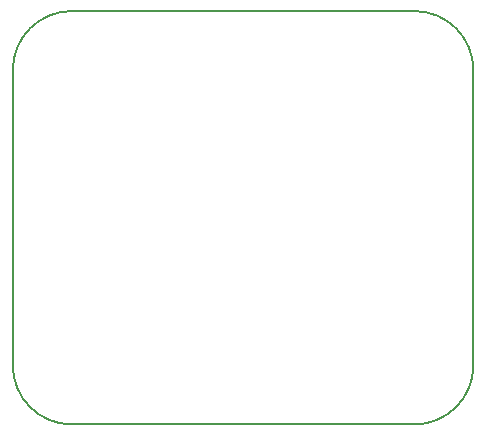
<source format=gbr>
%TF.GenerationSoftware,KiCad,Pcbnew,9.0.4*%
%TF.CreationDate,2025-10-07T14:12:27+03:00*%
%TF.ProjectId,XIaoShield,5849616f-5368-4696-956c-642e6b696361,rev?*%
%TF.SameCoordinates,Original*%
%TF.FileFunction,Profile,NP*%
%FSLAX46Y46*%
G04 Gerber Fmt 4.6, Leading zero omitted, Abs format (unit mm)*
G04 Created by KiCad (PCBNEW 9.0.4) date 2025-10-07 14:12:27*
%MOMM*%
%LPD*%
G01*
G04 APERTURE LIST*
%TA.AperFunction,Profile*%
%ADD10C,0.200000*%
%TD*%
G04 APERTURE END LIST*
D10*
X149000000Y-56500000D02*
G75*
G02*
X154000000Y-51500000I5000000J0D01*
G01*
X188000000Y-56500000D02*
X188000000Y-81500000D01*
X183000000Y-86500000D02*
X154000000Y-86500000D01*
X183000000Y-51500000D02*
G75*
G02*
X188000000Y-56500000I0J-5000000D01*
G01*
X188000000Y-81500000D02*
G75*
G02*
X183000000Y-86500000I-5000000J0D01*
G01*
X154000000Y-86500000D02*
G75*
G02*
X149000000Y-81500000I0J5000000D01*
G01*
X154000000Y-51500000D02*
X183000000Y-51500000D01*
X149000000Y-81500000D02*
X149000000Y-56500000D01*
M02*

</source>
